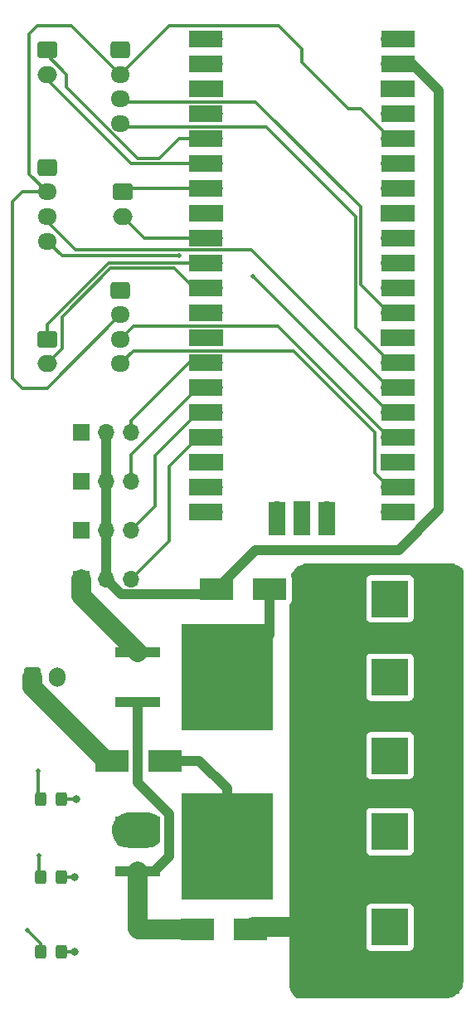
<source format=gtl>
%TF.GenerationSoftware,KiCad,Pcbnew,(6.0.0)*%
%TF.CreationDate,2022-01-02T23:15:28+00:00*%
%TF.ProjectId,main_distro,6d61696e-5f64-4697-9374-726f2e6b6963,rev?*%
%TF.SameCoordinates,Original*%
%TF.FileFunction,Copper,L1,Top*%
%TF.FilePolarity,Positive*%
%FSLAX46Y46*%
G04 Gerber Fmt 4.6, Leading zero omitted, Abs format (unit mm)*
G04 Created by KiCad (PCBNEW (6.0.0)) date 2022-01-02 23:15:28*
%MOMM*%
%LPD*%
G01*
G04 APERTURE LIST*
G04 Aperture macros list*
%AMRoundRect*
0 Rectangle with rounded corners*
0 $1 Rounding radius*
0 $2 $3 $4 $5 $6 $7 $8 $9 X,Y pos of 4 corners*
0 Add a 4 corners polygon primitive as box body*
4,1,4,$2,$3,$4,$5,$6,$7,$8,$9,$2,$3,0*
0 Add four circle primitives for the rounded corners*
1,1,$1+$1,$2,$3*
1,1,$1+$1,$4,$5*
1,1,$1+$1,$6,$7*
1,1,$1+$1,$8,$9*
0 Add four rect primitives between the rounded corners*
20,1,$1+$1,$2,$3,$4,$5,0*
20,1,$1+$1,$4,$5,$6,$7,0*
20,1,$1+$1,$6,$7,$8,$9,0*
20,1,$1+$1,$8,$9,$2,$3,0*%
G04 Aperture macros list end*
%TA.AperFunction,SMDPad,CuDef*%
%ADD10R,4.600000X1.100000*%
%TD*%
%TA.AperFunction,SMDPad,CuDef*%
%ADD11R,9.400000X10.800000*%
%TD*%
%TA.AperFunction,ComponentPad*%
%ADD12O,1.700000X1.700000*%
%TD*%
%TA.AperFunction,SMDPad,CuDef*%
%ADD13R,3.500000X1.700000*%
%TD*%
%TA.AperFunction,ComponentPad*%
%ADD14R,1.700000X1.700000*%
%TD*%
%TA.AperFunction,SMDPad,CuDef*%
%ADD15R,1.700000X3.500000*%
%TD*%
%TA.AperFunction,SMDPad,CuDef*%
%ADD16RoundRect,0.250000X0.325000X0.450000X-0.325000X0.450000X-0.325000X-0.450000X0.325000X-0.450000X0*%
%TD*%
%TA.AperFunction,ComponentPad*%
%ADD17RoundRect,0.250000X-0.750000X0.600000X-0.750000X-0.600000X0.750000X-0.600000X0.750000X0.600000X0*%
%TD*%
%TA.AperFunction,ComponentPad*%
%ADD18O,2.000000X1.700000*%
%TD*%
%TA.AperFunction,ComponentPad*%
%ADD19RoundRect,0.250000X-0.725000X0.600000X-0.725000X-0.600000X0.725000X-0.600000X0.725000X0.600000X0*%
%TD*%
%TA.AperFunction,ComponentPad*%
%ADD20O,1.950000X1.700000*%
%TD*%
%TA.AperFunction,ComponentPad*%
%ADD21R,3.800000X3.800000*%
%TD*%
%TA.AperFunction,ComponentPad*%
%ADD22C,4.000000*%
%TD*%
%TA.AperFunction,ComponentPad*%
%ADD23RoundRect,0.250000X-0.600000X-0.750000X0.600000X-0.750000X0.600000X0.750000X-0.600000X0.750000X0*%
%TD*%
%TA.AperFunction,ComponentPad*%
%ADD24O,1.700000X2.000000*%
%TD*%
%TA.AperFunction,SMDPad,CuDef*%
%ADD25R,3.500000X2.300000*%
%TD*%
%TA.AperFunction,ComponentPad*%
%ADD26C,3.800000*%
%TD*%
%TA.AperFunction,ViaPad*%
%ADD27C,0.800000*%
%TD*%
%TA.AperFunction,ViaPad*%
%ADD28C,0.500000*%
%TD*%
%TA.AperFunction,Conductor*%
%ADD29C,0.300000*%
%TD*%
%TA.AperFunction,Conductor*%
%ADD30C,2.000000*%
%TD*%
%TA.AperFunction,Conductor*%
%ADD31C,1.000000*%
%TD*%
G04 APERTURE END LIST*
D10*
%TO.P,U3,1,GND*%
%TO.N,GND*%
X85225000Y-124460000D03*
D11*
%TO.P,U3,2,VO*%
%TO.N,Net-(D6-Pad2)*%
X94375000Y-127000000D03*
D10*
%TO.P,U3,3,VI*%
%TO.N,Net-(D4-Pad1)*%
X85225000Y-129540000D03*
%TD*%
D12*
%TO.P,U1,1,GPIO0*%
%TO.N,LEDA*%
X93110000Y-61870000D03*
D13*
X92210000Y-61870000D03*
D12*
%TO.P,U1,2,GPIO1*%
%TO.N,LEDB*%
X93110000Y-64410000D03*
D13*
X92210000Y-64410000D03*
%TO.P,U1,3,GND*%
%TO.N,GND*%
X92210000Y-66950000D03*
D14*
X93110000Y-66950000D03*
D12*
%TO.P,U1,4,GPIO2*%
%TO.N,LEDC*%
X93110000Y-69490000D03*
D13*
X92210000Y-69490000D03*
D12*
%TO.P,U1,5,GPIO3*%
%TO.N,MOTOR1_PWM*%
X93110000Y-72030000D03*
D13*
X92210000Y-72030000D03*
%TO.P,U1,6,GPIO4*%
%TO.N,MOTOR1_DIR*%
X92210000Y-74570000D03*
D12*
X93110000Y-74570000D03*
D13*
%TO.P,U1,7,GPIO5*%
%TO.N,MOTOR2_PWM*%
X92210000Y-77110000D03*
D12*
X93110000Y-77110000D03*
D13*
%TO.P,U1,8,GND*%
%TO.N,GND*%
X92210000Y-79650000D03*
D14*
X93110000Y-79650000D03*
D12*
%TO.P,U1,9,GPIO6*%
%TO.N,MOTOR2_DIR*%
X93110000Y-82190000D03*
D13*
X92210000Y-82190000D03*
%TO.P,U1,10,GPIO7*%
%TO.N,MOTOR3_PWM*%
X92210000Y-84730000D03*
D12*
X93110000Y-84730000D03*
D13*
%TO.P,U1,11,GPIO8*%
%TO.N,MOTOR3_DIR*%
X92210000Y-87270000D03*
D12*
X93110000Y-87270000D03*
D13*
%TO.P,U1,12,GPIO9*%
%TO.N,unconnected-(U1-Pad12)*%
X92210000Y-89810000D03*
D12*
X93110000Y-89810000D03*
D13*
%TO.P,U1,13,GND*%
%TO.N,GND*%
X92210000Y-92350000D03*
D14*
X93110000Y-92350000D03*
D13*
%TO.P,U1,14,GPIO10*%
%TO.N,SERVO1*%
X92210000Y-94890000D03*
D12*
X93110000Y-94890000D03*
D13*
%TO.P,U1,15,GPIO11*%
%TO.N,SERVO2*%
X92210000Y-97430000D03*
D12*
X93110000Y-97430000D03*
%TO.P,U1,16,GPIO12*%
%TO.N,SERVO3*%
X93110000Y-99970000D03*
D13*
X92210000Y-99970000D03*
%TO.P,U1,17,GPIO13*%
%TO.N,SERVO4*%
X92210000Y-102510000D03*
D12*
X93110000Y-102510000D03*
D14*
%TO.P,U1,18,GND*%
%TO.N,GND*%
X93110000Y-105050000D03*
D13*
X92210000Y-105050000D03*
%TO.P,U1,19,GPIO14*%
%TO.N,unconnected-(U1-Pad19)*%
X92210000Y-107590000D03*
D12*
X93110000Y-107590000D03*
%TO.P,U1,20,GPIO15*%
%TO.N,unconnected-(U1-Pad20)*%
X93110000Y-110130000D03*
D13*
X92210000Y-110130000D03*
%TO.P,U1,21,GPIO16*%
%TO.N,unconnected-(U1-Pad21)*%
X111790000Y-110130000D03*
D12*
X110890000Y-110130000D03*
D13*
%TO.P,U1,22,GPIO17*%
%TO.N,ENC3_B*%
X111790000Y-107590000D03*
D12*
X110890000Y-107590000D03*
D14*
%TO.P,U1,23,GND*%
%TO.N,GND*%
X110890000Y-105050000D03*
D13*
X111790000Y-105050000D03*
%TO.P,U1,24,GPIO18*%
%TO.N,ENC3_A*%
X111790000Y-102510000D03*
D12*
X110890000Y-102510000D03*
D13*
%TO.P,U1,25,GPIO19*%
%TO.N,ENC2_B*%
X111790000Y-99970000D03*
D12*
X110890000Y-99970000D03*
D13*
%TO.P,U1,26,GPIO20*%
%TO.N,ENC2_A*%
X111790000Y-97430000D03*
D12*
X110890000Y-97430000D03*
D13*
%TO.P,U1,27,GPIO21*%
%TO.N,ENC1_B*%
X111790000Y-94890000D03*
D12*
X110890000Y-94890000D03*
D13*
%TO.P,U1,28,GND*%
%TO.N,GND*%
X111790000Y-92350000D03*
D14*
X110890000Y-92350000D03*
D13*
%TO.P,U1,29,GPIO22*%
%TO.N,ENC1_A*%
X111790000Y-89810000D03*
D12*
X110890000Y-89810000D03*
%TO.P,U1,30,RUN*%
%TO.N,unconnected-(U1-Pad30)*%
X110890000Y-87270000D03*
D13*
X111790000Y-87270000D03*
%TO.P,U1,31,GPIO26_ADC0*%
%TO.N,unconnected-(U1-Pad31)*%
X111790000Y-84730000D03*
D12*
X110890000Y-84730000D03*
D13*
%TO.P,U1,32,GPIO27_ADC1*%
%TO.N,unconnected-(U1-Pad32)*%
X111790000Y-82190000D03*
D12*
X110890000Y-82190000D03*
D14*
%TO.P,U1,33,AGND*%
%TO.N,unconnected-(U1-Pad33)*%
X110890000Y-79650000D03*
D13*
X111790000Y-79650000D03*
%TO.P,U1,34,GPIO28_ADC2*%
%TO.N,unconnected-(U1-Pad34)*%
X111790000Y-77110000D03*
D12*
X110890000Y-77110000D03*
%TO.P,U1,35,ADC_VREF*%
%TO.N,unconnected-(U1-Pad35)*%
X110890000Y-74570000D03*
D13*
X111790000Y-74570000D03*
%TO.P,U1,36,3V3*%
%TO.N,+3V3*%
X111790000Y-72030000D03*
D12*
X110890000Y-72030000D03*
%TO.P,U1,37,3V3_EN*%
%TO.N,unconnected-(U1-Pad37)*%
X110890000Y-69490000D03*
D13*
X111790000Y-69490000D03*
D14*
%TO.P,U1,38,GND*%
%TO.N,GND*%
X110890000Y-66950000D03*
D13*
X111790000Y-66950000D03*
D12*
%TO.P,U1,39,VSYS*%
%TO.N,+5V*%
X110890000Y-64410000D03*
D13*
X111790000Y-64410000D03*
D12*
%TO.P,U1,40,VBUS*%
%TO.N,unconnected-(U1-Pad40)*%
X110890000Y-61870000D03*
D13*
X111790000Y-61870000D03*
D12*
%TO.P,U1,41,SWCLK*%
%TO.N,unconnected-(U1-Pad41)*%
X99460000Y-109900000D03*
D15*
X99460000Y-110800000D03*
D14*
%TO.P,U1,42,GND*%
%TO.N,GND*%
X102000000Y-109900000D03*
D15*
X102000000Y-110800000D03*
%TO.P,U1,43,SWDIO*%
%TO.N,unconnected-(U1-Pad43)*%
X104540000Y-110800000D03*
D12*
X104540000Y-109900000D03*
%TD*%
D16*
%TO.P,D1,1,K*%
%TO.N,GND*%
X77425000Y-155000000D03*
%TO.P,D1,2,A*%
%TO.N,LEDA*%
X75375000Y-155000000D03*
%TD*%
%TO.P,D2,1,K*%
%TO.N,GND*%
X77425000Y-147400000D03*
%TO.P,D2,2,A*%
%TO.N,LEDB*%
X75375000Y-147400000D03*
%TD*%
%TO.P,D3,1,K*%
%TO.N,GND*%
X77425000Y-139400000D03*
%TO.P,D3,2,A*%
%TO.N,LEDC*%
X75375000Y-139400000D03*
%TD*%
D17*
%TO.P,J1,1,Pin_1*%
%TO.N,MOTOR1_PWM*%
X76000000Y-63000000D03*
D18*
%TO.P,J1,2,Pin_2*%
%TO.N,MOTOR1_DIR*%
X76000000Y-65500000D03*
%TD*%
D17*
%TO.P,J2,1,Pin_1*%
%TO.N,MOTOR2_PWM*%
X83750000Y-77500000D03*
D18*
%TO.P,J2,2,Pin_2*%
%TO.N,MOTOR2_DIR*%
X83750000Y-80000000D03*
%TD*%
D17*
%TO.P,J3,1,Pin_1*%
%TO.N,MOTOR3_PWM*%
X76000000Y-92500000D03*
D18*
%TO.P,J3,2,Pin_2*%
%TO.N,MOTOR3_DIR*%
X76000000Y-95000000D03*
%TD*%
D19*
%TO.P,J4,1,Pin_1*%
%TO.N,GND*%
X83500000Y-63000000D03*
D20*
%TO.P,J4,2,Pin_2*%
%TO.N,+3V3*%
X83500000Y-65500000D03*
%TO.P,J4,3,Pin_3*%
%TO.N,ENC1_A*%
X83500000Y-68000000D03*
%TO.P,J4,4,Pin_4*%
%TO.N,ENC1_B*%
X83500000Y-70500000D03*
%TD*%
D19*
%TO.P,J5,1,Pin_1*%
%TO.N,GND*%
X76000000Y-75000000D03*
D20*
%TO.P,J5,2,Pin_2*%
%TO.N,+3V3*%
X76000000Y-77500000D03*
%TO.P,J5,3,Pin_3*%
%TO.N,ENC2_A*%
X76000000Y-80000000D03*
%TO.P,J5,4,Pin_4*%
%TO.N,ENC2_B*%
X76000000Y-82500000D03*
%TD*%
D19*
%TO.P,J6,1,Pin_1*%
%TO.N,GND*%
X83500000Y-87500000D03*
D20*
%TO.P,J6,2,Pin_2*%
%TO.N,+3V3*%
X83500000Y-90000000D03*
%TO.P,J6,3,Pin_3*%
%TO.N,ENC3_A*%
X83500000Y-92500000D03*
%TO.P,J6,4,Pin_4*%
%TO.N,ENC3_B*%
X83500000Y-95000000D03*
%TD*%
D14*
%TO.P,J16,1,Pin_1*%
%TO.N,GND*%
X79500000Y-117000000D03*
D12*
%TO.P,J16,2,Pin_2*%
%TO.N,+5V*%
X82040000Y-117000000D03*
%TO.P,J16,3,Pin_3*%
%TO.N,SERVO4*%
X84580000Y-117000000D03*
%TD*%
D14*
%TO.P,J14,1,Pin_1*%
%TO.N,GND*%
X79500000Y-112000000D03*
D12*
%TO.P,J14,2,Pin_2*%
%TO.N,+5V*%
X82040000Y-112000000D03*
%TO.P,J14,3,Pin_3*%
%TO.N,SERVO3*%
X84580000Y-112000000D03*
%TD*%
D21*
%TO.P,J9,1,Pin_1*%
%TO.N,GND*%
X111000000Y-119000000D03*
D22*
%TO.P,J9,2,Pin_2*%
%TO.N,+BATT*%
X106000000Y-119000000D03*
%TD*%
D21*
%TO.P,J11,1,Pin_1*%
%TO.N,GND*%
X111000000Y-127000000D03*
D22*
%TO.P,J11,2,Pin_2*%
%TO.N,+BATT*%
X106000000Y-127000000D03*
%TD*%
D21*
%TO.P,J8,1,Pin_1*%
%TO.N,GND*%
X111000000Y-135000000D03*
D22*
%TO.P,J8,2,Pin_2*%
%TO.N,+BATT*%
X106000000Y-135000000D03*
%TD*%
D14*
%TO.P,J13,1,Pin_1*%
%TO.N,GND*%
X79500000Y-102000000D03*
D12*
%TO.P,J13,2,Pin_2*%
%TO.N,+5V*%
X82040000Y-102000000D03*
%TO.P,J13,3,Pin_3*%
%TO.N,SERVO1*%
X84580000Y-102000000D03*
%TD*%
D23*
%TO.P,J12,1,Pin_1*%
%TO.N,GND*%
X74500000Y-127000000D03*
D24*
%TO.P,J12,2,Pin_2*%
%TO.N,+5VD*%
X77000000Y-127000000D03*
%TD*%
D25*
%TO.P,D6,1,K*%
%TO.N,+5V*%
X93300000Y-118000000D03*
%TO.P,D6,2,A*%
%TO.N,Net-(D6-Pad2)*%
X98700000Y-118000000D03*
%TD*%
D21*
%TO.P,J10,1,Pin_1*%
%TO.N,GND*%
X111000000Y-142750000D03*
D22*
%TO.P,J10,2,Pin_2*%
%TO.N,+BATT*%
X106000000Y-142750000D03*
%TD*%
D10*
%TO.P,U2,1,GND*%
%TO.N,GND*%
X85225000Y-141735000D03*
D11*
%TO.P,U2,2,VO*%
%TO.N,Net-(D5-Pad2)*%
X94375000Y-144275000D03*
D10*
%TO.P,U2,3,VI*%
%TO.N,Net-(D4-Pad1)*%
X85225000Y-146815000D03*
%TD*%
D25*
%TO.P,D5,1,K*%
%TO.N,+5VD*%
X82600000Y-135500000D03*
%TO.P,D5,2,A*%
%TO.N,Net-(D5-Pad2)*%
X88000000Y-135500000D03*
%TD*%
D21*
%TO.P,J7,1,Pin_1*%
%TO.N,GND*%
X111000000Y-152500000D03*
D26*
%TO.P,J7,2,Pin_2*%
%TO.N,+BATT*%
X106000000Y-152500000D03*
%TD*%
D25*
%TO.P,D4,1,K*%
%TO.N,Net-(D4-Pad1)*%
X91350000Y-152750000D03*
%TO.P,D4,2,A*%
%TO.N,+BATT*%
X96750000Y-152750000D03*
%TD*%
D14*
%TO.P,J15,1,Pin_1*%
%TO.N,GND*%
X79500000Y-107000000D03*
D12*
%TO.P,J15,2,Pin_2*%
%TO.N,+5V*%
X82040000Y-107000000D03*
%TO.P,J15,3,Pin_3*%
%TO.N,SERVO2*%
X84580000Y-107000000D03*
%TD*%
D27*
%TO.N,GND*%
X85600000Y-143800000D03*
X83500000Y-143800000D03*
X86600000Y-143800000D03*
X84600000Y-143800000D03*
X78800000Y-155000000D03*
X78800000Y-147400000D03*
X79000000Y-139400000D03*
%TO.N,Net-(D5-Pad2)*%
X95600000Y-149000000D03*
X90400000Y-147200000D03*
X97000000Y-145400000D03*
X97000000Y-149000000D03*
X93800000Y-141800000D03*
X95600000Y-147200000D03*
X93800000Y-145400000D03*
X98400000Y-149000000D03*
X95600000Y-139800000D03*
X93800000Y-143600000D03*
X93800000Y-147200000D03*
X95600000Y-145400000D03*
X92200000Y-143600000D03*
X97000000Y-141800000D03*
X95600000Y-143600000D03*
X98400000Y-141800000D03*
X98400000Y-139800000D03*
X98400000Y-143600000D03*
X98400000Y-147200000D03*
X93800000Y-149000000D03*
X97000000Y-143600000D03*
X92200000Y-147200000D03*
X92200000Y-149000000D03*
X90400000Y-143600000D03*
X92200000Y-145400000D03*
X90400000Y-149000000D03*
X98400000Y-145400000D03*
X90400000Y-145400000D03*
X93800000Y-139800000D03*
X95600000Y-141800000D03*
X90400000Y-139800000D03*
X92200000Y-139800000D03*
X97000000Y-147200000D03*
X92200000Y-141800000D03*
X97000000Y-139800000D03*
X90400000Y-141800000D03*
%TO.N,Net-(D6-Pad2)*%
X95600000Y-122400000D03*
X97000000Y-122400000D03*
X98400000Y-131600000D03*
X95600000Y-126200000D03*
X92200000Y-126200000D03*
X93800000Y-124400000D03*
X90400000Y-124400000D03*
X93800000Y-128000000D03*
X92200000Y-124400000D03*
X97000000Y-129800000D03*
X92200000Y-128000000D03*
X90400000Y-126200000D03*
X90400000Y-128000000D03*
X92200000Y-129800000D03*
X98400000Y-124400000D03*
X97000000Y-131600000D03*
X97000000Y-124400000D03*
X97000000Y-128000000D03*
X98400000Y-128000000D03*
X93800000Y-126200000D03*
X95600000Y-129800000D03*
X95600000Y-124400000D03*
X93800000Y-129800000D03*
X97000000Y-126200000D03*
X90400000Y-131600000D03*
X93800000Y-122400000D03*
X92200000Y-122400000D03*
X93800000Y-131600000D03*
X98400000Y-122400000D03*
X98400000Y-129800000D03*
X92200000Y-131600000D03*
X95600000Y-128000000D03*
X98400000Y-126200000D03*
X95600000Y-131600000D03*
X90400000Y-122400000D03*
X90400000Y-129800000D03*
D28*
%TO.N,LEDA*%
X74000000Y-152800000D03*
%TO.N,LEDB*%
X75200000Y-145200000D03*
%TO.N,LEDC*%
X75099500Y-136600000D03*
D27*
%TO.N,GND*%
X84600000Y-142800000D03*
X85600000Y-142800000D03*
X86600000Y-142800000D03*
X83500000Y-142800000D03*
D28*
%TO.N,ENC2_B*%
X97000000Y-86080000D03*
X89500000Y-84000000D03*
%TD*%
D29*
%TO.N,GND*%
X77425000Y-155000000D02*
X78800000Y-155000000D01*
X77425000Y-147400000D02*
X78800000Y-147400000D01*
X77425000Y-139400000D02*
X79000000Y-139400000D01*
%TO.N,LEDA*%
X75375000Y-154175000D02*
X75375000Y-155000000D01*
X74000000Y-152800000D02*
X75375000Y-154175000D01*
%TO.N,LEDB*%
X75200000Y-145200000D02*
X75200000Y-147225000D01*
X75200000Y-147225000D02*
X75375000Y-147400000D01*
%TO.N,LEDC*%
X75099500Y-139124500D02*
X75375000Y-139400000D01*
X75099500Y-136600000D02*
X75099500Y-139124500D01*
D30*
%TO.N,GND*%
X79500000Y-117000000D02*
X79500000Y-118735000D01*
X79500000Y-118735000D02*
X85225000Y-124460000D01*
%TO.N,Net-(D4-Pad1)*%
X85225000Y-152625000D02*
X85225000Y-146815000D01*
X85350000Y-152750000D02*
X85225000Y-152625000D01*
D31*
X88500000Y-145290000D02*
X88500000Y-141000000D01*
X88500000Y-141000000D02*
X85225000Y-137725000D01*
D30*
X91350000Y-152750000D02*
X85350000Y-152750000D01*
D31*
X85225000Y-137725000D02*
X85225000Y-129540000D01*
X86975000Y-146815000D02*
X88500000Y-145290000D01*
X85225000Y-146815000D02*
X86975000Y-146815000D01*
D30*
%TO.N,+BATT*%
X97000000Y-152500000D02*
X96750000Y-152750000D01*
X106000000Y-152500000D02*
X97000000Y-152500000D01*
%TO.N,+5VD*%
X82000000Y-135500000D02*
X74500000Y-128000000D01*
X74500000Y-128000000D02*
X74500000Y-127000000D01*
X82600000Y-135500000D02*
X82000000Y-135500000D01*
D31*
%TO.N,Net-(D5-Pad2)*%
X91500000Y-135500000D02*
X88000000Y-135500000D01*
X94375000Y-138375000D02*
X91500000Y-135500000D01*
X94375000Y-144275000D02*
X94375000Y-138375000D01*
%TO.N,+5V*%
X113249022Y-64410000D02*
X110890000Y-64410000D01*
X111919022Y-114000000D02*
X116000000Y-109919022D01*
X82000000Y-102000000D02*
X82000000Y-107000000D01*
X83589511Y-118549511D02*
X82040000Y-117000000D01*
X116000000Y-67160978D02*
X113249022Y-64410000D01*
X97300000Y-114000000D02*
X111919022Y-114000000D01*
X82000000Y-112000000D02*
X82000000Y-117000000D01*
X92750489Y-118549511D02*
X83589511Y-118549511D01*
X93300000Y-118000000D02*
X97300000Y-114000000D01*
X116000000Y-109919022D02*
X116000000Y-67160978D01*
X82000000Y-107000000D02*
X82000000Y-112000000D01*
X93300000Y-118000000D02*
X92750489Y-118549511D01*
%TO.N,Net-(D6-Pad2)*%
X98700000Y-122675000D02*
X94375000Y-127000000D01*
X98700000Y-118000000D02*
X98700000Y-122675000D01*
D29*
%TO.N,SERVO1*%
X84580000Y-102000000D02*
X84580000Y-100797919D01*
X84580000Y-100797919D02*
X90487919Y-94890000D01*
X90487919Y-94890000D02*
X93110000Y-94890000D01*
%TO.N,SERVO3*%
X87000000Y-104420978D02*
X91450978Y-99970000D01*
X87000000Y-109580000D02*
X87000000Y-104420978D01*
X91450978Y-99970000D02*
X93110000Y-99970000D01*
X84580000Y-112000000D02*
X87000000Y-109580000D01*
%TO.N,SERVO2*%
X84580000Y-107000000D02*
X84580000Y-104300978D01*
X84580000Y-104300978D02*
X91450978Y-97430000D01*
X91450978Y-97430000D02*
X93110000Y-97430000D01*
%TO.N,SERVO4*%
X91450978Y-102510000D02*
X93110000Y-102510000D01*
X84580000Y-117000000D02*
X88500000Y-113080000D01*
X88500000Y-105460978D02*
X91450978Y-102510000D01*
X88500000Y-113080000D02*
X88500000Y-105460978D01*
%TO.N,MOTOR1_DIR*%
X76000000Y-65500000D02*
X76000000Y-66000000D01*
X84570000Y-74570000D02*
X93110000Y-74570000D01*
X76000000Y-66000000D02*
X84570000Y-74570000D01*
%TO.N,MOTOR1_PWM*%
X85249103Y-74070480D02*
X87429520Y-74070480D01*
X78000000Y-66821377D02*
X85249103Y-74070480D01*
X76000000Y-63000000D02*
X76000000Y-63500000D01*
X78000000Y-65500000D02*
X78000000Y-66821377D01*
X76000000Y-63500000D02*
X78000000Y-65500000D01*
X87429520Y-74070480D02*
X89470000Y-72030000D01*
X89470000Y-72030000D02*
X93110000Y-72030000D01*
%TO.N,MOTOR2_DIR*%
X83750000Y-80000000D02*
X85940000Y-82190000D01*
X85940000Y-82190000D02*
X93110000Y-82190000D01*
%TO.N,MOTOR2_PWM*%
X84140000Y-77110000D02*
X93110000Y-77110000D01*
X83750000Y-77500000D02*
X84140000Y-77110000D01*
%TO.N,MOTOR3_DIR*%
X76000000Y-95000000D02*
X77500000Y-93500000D01*
X91040480Y-87270000D02*
X93110000Y-87270000D01*
X77500000Y-90206428D02*
X82476908Y-85229520D01*
X82476908Y-85229520D02*
X89000000Y-85229520D01*
X77500000Y-93500000D02*
X77500000Y-90206428D01*
X89000000Y-85229520D02*
X91040480Y-87270000D01*
%TO.N,MOTOR3_PWM*%
X82270000Y-84730000D02*
X93110000Y-84730000D01*
X76000000Y-92500000D02*
X76000000Y-91000000D01*
X76000000Y-91000000D02*
X82270000Y-84730000D01*
%TO.N,ENC1_B*%
X107500000Y-91359022D02*
X110890000Y-94749022D01*
X83830489Y-70830489D02*
X98330489Y-70830489D01*
X110890000Y-94749022D02*
X110890000Y-94890000D01*
X98330489Y-70830489D02*
X107500000Y-80000000D01*
X83500000Y-70500000D02*
X83830489Y-70830489D01*
X107500000Y-80000000D02*
X107500000Y-91359022D01*
%TO.N,ENC1_A*%
X108000000Y-79000000D02*
X108000000Y-86920000D01*
X97290489Y-68290489D02*
X108000000Y-79000000D01*
X108000000Y-86920000D02*
X110890000Y-89810000D01*
X83500000Y-68000000D02*
X83790489Y-68290489D01*
X83790489Y-68290489D02*
X97290489Y-68290489D01*
%TO.N,+3V3*%
X83500000Y-90000000D02*
X76000000Y-97500000D01*
X73500000Y-77500000D02*
X76000000Y-77500000D01*
X72500000Y-78500000D02*
X73500000Y-77500000D01*
X74150480Y-75650480D02*
X74150480Y-61349520D01*
X72500000Y-96500000D02*
X72500000Y-78500000D01*
X99612801Y-60500000D02*
X88500000Y-60500000D01*
X74150480Y-61349520D02*
X75000000Y-60500000D01*
X73500000Y-97500000D02*
X72500000Y-96500000D01*
X75000000Y-60500000D02*
X78500000Y-60500000D01*
X76000000Y-77500000D02*
X74150480Y-75650480D01*
X108000000Y-69000000D02*
X106769331Y-69000000D01*
X102000000Y-62887199D02*
X99612801Y-60500000D01*
X106769331Y-69000000D02*
X102000000Y-64230669D01*
X76000000Y-97500000D02*
X73500000Y-97500000D01*
X110890000Y-72030000D02*
X110890000Y-71890000D01*
X88500000Y-60500000D02*
X83500000Y-65500000D01*
X78500000Y-60500000D02*
X83500000Y-65500000D01*
X102000000Y-64230669D02*
X102000000Y-62887199D01*
X110890000Y-71890000D02*
X108000000Y-69000000D01*
%TO.N,ENC2_B*%
X97000000Y-86080000D02*
X110890000Y-99970000D01*
X76000000Y-82500000D02*
X77500000Y-84000000D01*
X77500000Y-84000000D02*
X89500000Y-84000000D01*
%TO.N,ENC2_A*%
X96849511Y-83389511D02*
X110890000Y-97430000D01*
X76000000Y-80500000D02*
X78889511Y-83389511D01*
X78889511Y-83389511D02*
X96849511Y-83389511D01*
X76000000Y-80000000D02*
X76000000Y-80500000D01*
%TO.N,ENC3_B*%
X84809511Y-93690489D02*
X101190489Y-93690489D01*
X83500000Y-95000000D02*
X84809511Y-93690489D01*
X109500000Y-102000000D02*
X109500000Y-106200000D01*
X101190489Y-93690489D02*
X109500000Y-102000000D01*
X109500000Y-106200000D02*
X110890000Y-107590000D01*
%TO.N,ENC3_A*%
X84849511Y-91150489D02*
X99530489Y-91150489D01*
X83500000Y-92500000D02*
X84849511Y-91150489D01*
X99530489Y-91150489D02*
X110890000Y-102510000D01*
%TD*%
%TA.AperFunction,Conductor*%
%TO.N,+BATT*%
G36*
X117004487Y-115350321D02*
G01*
X117053871Y-115353853D01*
X117275650Y-115369715D01*
X117293433Y-115372272D01*
X117554658Y-115429098D01*
X117571900Y-115434160D01*
X117822393Y-115527589D01*
X117838740Y-115535055D01*
X118073375Y-115663176D01*
X118088498Y-115672895D01*
X118302510Y-115833103D01*
X118316096Y-115844876D01*
X118455095Y-115983875D01*
X118489121Y-116046187D01*
X118492000Y-116072970D01*
X118492000Y-157950672D01*
X118490500Y-157970056D01*
X118486814Y-157993730D01*
X118487978Y-158002632D01*
X118487978Y-158002634D01*
X118488805Y-158008955D01*
X118489548Y-158034281D01*
X118474912Y-158238921D01*
X118472354Y-158256715D01*
X118423353Y-158481972D01*
X118418290Y-158499216D01*
X118401798Y-158543433D01*
X118337727Y-158715214D01*
X118330258Y-158731567D01*
X118219782Y-158933887D01*
X118210063Y-158949010D01*
X118071913Y-159133556D01*
X118060140Y-159147142D01*
X117897142Y-159310140D01*
X117883556Y-159321913D01*
X117699010Y-159460063D01*
X117683890Y-159469780D01*
X117481562Y-159580260D01*
X117465219Y-159587725D01*
X117249216Y-159668290D01*
X117231977Y-159673352D01*
X117086054Y-159705095D01*
X117006715Y-159722354D01*
X116988921Y-159724912D01*
X116791369Y-159739041D01*
X116773468Y-159738297D01*
X116765142Y-159738195D01*
X116756270Y-159736814D01*
X116747368Y-159737978D01*
X116747365Y-159737978D01*
X116724749Y-159740936D01*
X116708411Y-159742000D01*
X101472970Y-159742000D01*
X101404849Y-159721998D01*
X101383875Y-159705095D01*
X101244876Y-159566096D01*
X101233103Y-159552510D01*
X101072895Y-159338498D01*
X101063176Y-159323375D01*
X100935055Y-159088740D01*
X100927589Y-159072393D01*
X100834160Y-158821900D01*
X100829097Y-158804654D01*
X100772272Y-158543433D01*
X100769714Y-158525645D01*
X100767825Y-158499222D01*
X100750321Y-158254487D01*
X100750000Y-158245499D01*
X100750000Y-154448134D01*
X108591500Y-154448134D01*
X108598255Y-154510316D01*
X108649385Y-154646705D01*
X108736739Y-154763261D01*
X108853295Y-154850615D01*
X108989684Y-154901745D01*
X109051866Y-154908500D01*
X112948134Y-154908500D01*
X113010316Y-154901745D01*
X113146705Y-154850615D01*
X113263261Y-154763261D01*
X113350615Y-154646705D01*
X113401745Y-154510316D01*
X113408500Y-154448134D01*
X113408500Y-150551866D01*
X113401745Y-150489684D01*
X113350615Y-150353295D01*
X113263261Y-150236739D01*
X113146705Y-150149385D01*
X113010316Y-150098255D01*
X112948134Y-150091500D01*
X109051866Y-150091500D01*
X108989684Y-150098255D01*
X108853295Y-150149385D01*
X108736739Y-150236739D01*
X108649385Y-150353295D01*
X108598255Y-150489684D01*
X108591500Y-150551866D01*
X108591500Y-154448134D01*
X100750000Y-154448134D01*
X100750000Y-144698134D01*
X108591500Y-144698134D01*
X108598255Y-144760316D01*
X108649385Y-144896705D01*
X108736739Y-145013261D01*
X108853295Y-145100615D01*
X108989684Y-145151745D01*
X109051866Y-145158500D01*
X112948134Y-145158500D01*
X113010316Y-145151745D01*
X113146705Y-145100615D01*
X113263261Y-145013261D01*
X113350615Y-144896705D01*
X113401745Y-144760316D01*
X113408500Y-144698134D01*
X113408500Y-140801866D01*
X113401745Y-140739684D01*
X113350615Y-140603295D01*
X113263261Y-140486739D01*
X113146705Y-140399385D01*
X113010316Y-140348255D01*
X112948134Y-140341500D01*
X109051866Y-140341500D01*
X108989684Y-140348255D01*
X108853295Y-140399385D01*
X108736739Y-140486739D01*
X108649385Y-140603295D01*
X108598255Y-140739684D01*
X108591500Y-140801866D01*
X108591500Y-144698134D01*
X100750000Y-144698134D01*
X100750000Y-136948134D01*
X108591500Y-136948134D01*
X108598255Y-137010316D01*
X108649385Y-137146705D01*
X108736739Y-137263261D01*
X108853295Y-137350615D01*
X108989684Y-137401745D01*
X109051866Y-137408500D01*
X112948134Y-137408500D01*
X113010316Y-137401745D01*
X113146705Y-137350615D01*
X113263261Y-137263261D01*
X113350615Y-137146705D01*
X113401745Y-137010316D01*
X113408500Y-136948134D01*
X113408500Y-133051866D01*
X113401745Y-132989684D01*
X113350615Y-132853295D01*
X113263261Y-132736739D01*
X113146705Y-132649385D01*
X113010316Y-132598255D01*
X112948134Y-132591500D01*
X109051866Y-132591500D01*
X108989684Y-132598255D01*
X108853295Y-132649385D01*
X108736739Y-132736739D01*
X108649385Y-132853295D01*
X108598255Y-132989684D01*
X108591500Y-133051866D01*
X108591500Y-136948134D01*
X100750000Y-136948134D01*
X100750000Y-128948134D01*
X108591500Y-128948134D01*
X108598255Y-129010316D01*
X108649385Y-129146705D01*
X108736739Y-129263261D01*
X108853295Y-129350615D01*
X108989684Y-129401745D01*
X109051866Y-129408500D01*
X112948134Y-129408500D01*
X113010316Y-129401745D01*
X113146705Y-129350615D01*
X113263261Y-129263261D01*
X113350615Y-129146705D01*
X113401745Y-129010316D01*
X113408500Y-128948134D01*
X113408500Y-125051866D01*
X113401745Y-124989684D01*
X113350615Y-124853295D01*
X113263261Y-124736739D01*
X113146705Y-124649385D01*
X113010316Y-124598255D01*
X112948134Y-124591500D01*
X109051866Y-124591500D01*
X108989684Y-124598255D01*
X108853295Y-124649385D01*
X108736739Y-124736739D01*
X108649385Y-124853295D01*
X108598255Y-124989684D01*
X108591500Y-125051866D01*
X108591500Y-128948134D01*
X100750000Y-128948134D01*
X100750000Y-120948134D01*
X108591500Y-120948134D01*
X108598255Y-121010316D01*
X108649385Y-121146705D01*
X108736739Y-121263261D01*
X108853295Y-121350615D01*
X108989684Y-121401745D01*
X109051866Y-121408500D01*
X112948134Y-121408500D01*
X113010316Y-121401745D01*
X113146705Y-121350615D01*
X113263261Y-121263261D01*
X113350615Y-121146705D01*
X113401745Y-121010316D01*
X113408500Y-120948134D01*
X113408500Y-117051866D01*
X113401745Y-116989684D01*
X113350615Y-116853295D01*
X113263261Y-116736739D01*
X113146705Y-116649385D01*
X113010316Y-116598255D01*
X112948134Y-116591500D01*
X109051866Y-116591500D01*
X108989684Y-116598255D01*
X108853295Y-116649385D01*
X108736739Y-116736739D01*
X108649385Y-116853295D01*
X108598255Y-116989684D01*
X108591500Y-117051866D01*
X108591500Y-120948134D01*
X100750000Y-120948134D01*
X100750000Y-119623700D01*
X100770002Y-119555579D01*
X100800436Y-119522873D01*
X100806078Y-119518645D01*
X100806081Y-119518642D01*
X100813261Y-119513261D01*
X100818642Y-119506081D01*
X100818645Y-119506078D01*
X100895229Y-119403891D01*
X100900615Y-119396705D01*
X100951745Y-119260316D01*
X100958500Y-119198134D01*
X100958500Y-116801866D01*
X100951745Y-116739684D01*
X100948973Y-116732288D01*
X100948971Y-116732282D01*
X100916524Y-116645731D01*
X100911341Y-116574924D01*
X100916447Y-116557480D01*
X100927590Y-116527605D01*
X100935053Y-116511264D01*
X101063176Y-116276625D01*
X101072895Y-116261502D01*
X101233103Y-116047490D01*
X101244876Y-116033904D01*
X101433904Y-115844876D01*
X101447490Y-115833103D01*
X101661502Y-115672895D01*
X101676625Y-115663176D01*
X101911260Y-115535055D01*
X101927607Y-115527589D01*
X102178100Y-115434160D01*
X102195342Y-115429098D01*
X102456567Y-115372272D01*
X102474350Y-115369715D01*
X102696129Y-115353853D01*
X102745513Y-115350321D01*
X102754501Y-115350000D01*
X116995499Y-115350000D01*
X117004487Y-115350321D01*
G37*
%TD.AperFunction*%
%TD*%
%TA.AperFunction,Conductor*%
%TO.N,GND*%
G36*
X86204487Y-140800321D02*
G01*
X86268812Y-140804921D01*
X86447183Y-140817679D01*
X86464972Y-140820236D01*
X86645848Y-140859584D01*
X86698311Y-140870997D01*
X86715560Y-140876061D01*
X86939309Y-140959515D01*
X86955655Y-140966980D01*
X87127201Y-141060652D01*
X87155910Y-141082144D01*
X87454595Y-141380829D01*
X87488621Y-141443141D01*
X87491500Y-141469924D01*
X87491500Y-143795408D01*
X87471498Y-143863529D01*
X87454595Y-143884503D01*
X87385124Y-143953974D01*
X87371538Y-143965747D01*
X87180367Y-144108856D01*
X87165247Y-144118573D01*
X86955655Y-144233020D01*
X86939309Y-144240485D01*
X86753015Y-144309969D01*
X86715559Y-144323939D01*
X86698310Y-144329003D01*
X86464972Y-144379764D01*
X86447183Y-144382321D01*
X86268812Y-144395079D01*
X86204487Y-144399679D01*
X86195499Y-144400000D01*
X84404501Y-144400000D01*
X84395513Y-144399679D01*
X84331188Y-144395079D01*
X84152817Y-144382321D01*
X84135028Y-144379764D01*
X83901690Y-144329003D01*
X83884441Y-144323939D01*
X83846985Y-144309969D01*
X83660691Y-144240485D01*
X83644345Y-144233020D01*
X83434753Y-144118573D01*
X83419633Y-144108856D01*
X83228462Y-143965747D01*
X83214876Y-143953974D01*
X83046026Y-143785124D01*
X83034253Y-143771538D01*
X82891144Y-143580367D01*
X82881425Y-143565244D01*
X82766982Y-143355659D01*
X82759513Y-143339305D01*
X82676061Y-143115559D01*
X82670997Y-143098311D01*
X82620237Y-142864976D01*
X82617678Y-142847180D01*
X82600643Y-142608988D01*
X82600643Y-142591012D01*
X82617678Y-142352820D01*
X82620237Y-142335024D01*
X82670997Y-142101689D01*
X82676061Y-142084441D01*
X82759513Y-141860695D01*
X82766982Y-141844341D01*
X82881425Y-141634756D01*
X82891144Y-141619633D01*
X83034253Y-141428462D01*
X83046026Y-141414876D01*
X83214876Y-141246026D01*
X83228462Y-141234253D01*
X83419633Y-141091144D01*
X83434753Y-141081427D01*
X83644345Y-140966980D01*
X83660691Y-140959515D01*
X83884440Y-140876061D01*
X83901689Y-140870997D01*
X83954152Y-140859584D01*
X84135028Y-140820236D01*
X84152817Y-140817679D01*
X84331188Y-140804921D01*
X84395513Y-140800321D01*
X84404501Y-140800000D01*
X86195499Y-140800000D01*
X86204487Y-140800321D01*
G37*
%TD.AperFunction*%
%TD*%
M02*

</source>
